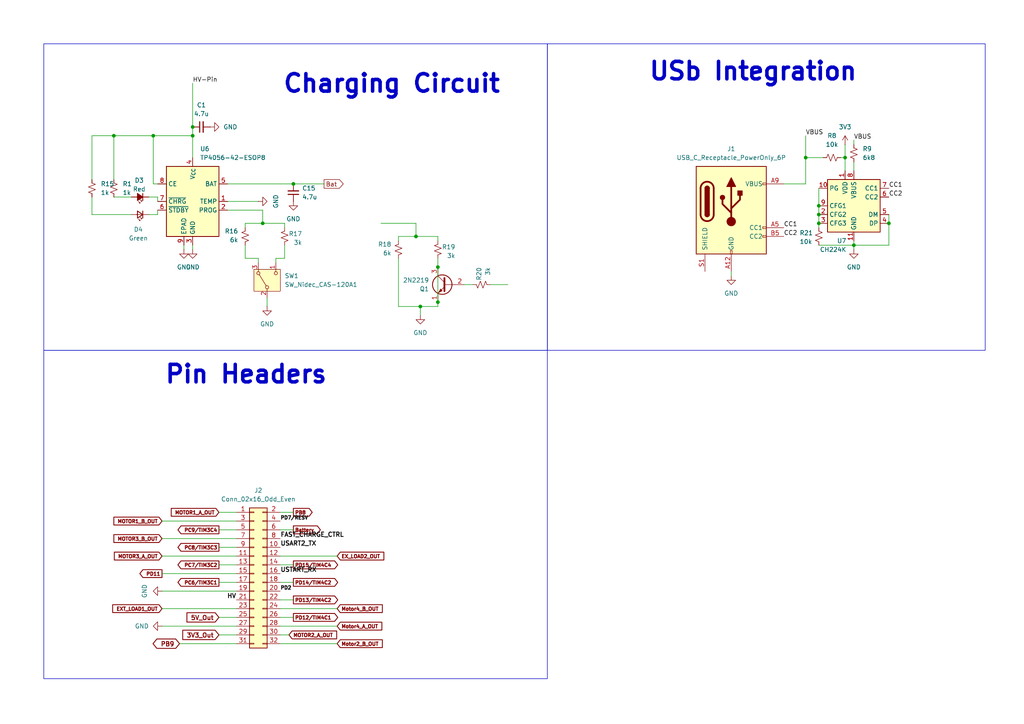
<source format=kicad_sch>
(kicad_sch (version 20250114) (generator "eeschema") (generator_version "9.0")
  (paper "A4")
  (lib_symbols
    (symbol "Battery_Management:TP4056-42-ESOP8"
      (property "Reference" "U" (at -6.604 11.684 0))
      (property "Value" "TP4056-42-ESOP8" (at 10.16 11.684 0))
      (symbol "TP4056-42-ESOP8_1_0"
        (pin input line (at -10.16 5.08 0) (length 2.54) (name "CE") (number "8"))
        (pin open_collector line (at -10.16 0 0) (length 2.54) (name "~{CHRG}") (number "7"))
        (pin open_collector line (at -10.16 -2.54 0) (length 2.54) (name "~{STDBY}") (number "6"))
        (pin passive line (at -2.54 -12.7 90) (length 2.54) (name "EPAD") (number "9"))
        (pin power_in line (at 0 12.7 270) (length 2.54) (name "V_{CC}") (number "4"))
        (pin power_in line (at 0 -12.7 90) (length 2.54) (name "GND") (number "3"))
        (pin power_out line (at 10.16 5.08 180) (length 2.54) (name "BAT") (number "5"))
        (pin input line (at 10.16 0 180) (length 2.54) (name "TEMP") (number "1"))
        (pin passive line (at 10.16 -2.54 180) (length 2.54) (name "PROG") (number "2"))
      )
      (symbol "TP4056-42-ESOP8_1_1"
        (rectangle (start -7.62 10.16) (end 7.62 -10.16) (stroke (width 0.254)) (fill (type background)))
      )
    )
    (symbol "Connector:USB_C_Receptacle_PowerOnly_6P" (pin_names (offset 1.016))
      (property "Reference" "J" (at 0 16.51 0))
      (property "Value" "USB_C_Receptacle_PowerOnly_6P" (at 0 13.97 0))
      (symbol "USB_C_Receptacle_PowerOnly_6P_0_0"
        (rectangle (start -0.254 -12.7) (end 0.254 -11.684))
        (rectangle (start 10.16 7.874) (end 9.144 7.366))
        (rectangle (start 10.16 -4.826) (end 9.144 -5.334))
        (rectangle (start 10.16 -7.366) (end 9.144 -7.874))
      )
      (symbol "USB_C_Receptacle_PowerOnly_6P_0_1"
        (rectangle (start -10.16 12.7) (end 10.16 -12.7) (stroke (width 0.254)) (fill (type background)))
        (polyline (pts (xy -8.89 -1.27) (xy -8.89 6.35)) (stroke (width 0.508)))
        (rectangle (start -7.62 -1.27) (end -6.35 6.35) (stroke (width 0.254)) (fill (type outline)))
        (arc (start -7.62 6.35) (mid -6.985 6.9823) (end -6.35 6.35) (stroke (width 0.254)))
        (arc (start -7.62 6.35) (mid -6.985 6.9823) (end -6.35 6.35) (stroke (width 0.254)) (fill (type outline)))
        (arc (start -8.89 6.35) (mid -6.985 8.2467) (end -5.08 6.35) (stroke (width 0.508)))
        (arc (start -5.08 -1.27) (mid -6.985 -3.1667) (end -8.89 -1.27) (stroke (width 0.508)))
        (arc (start -6.35 -1.27) (mid -6.985 -1.9023) (end -7.62 -1.27) (stroke (width 0.254)))
        (arc (start -6.35 -1.27) (mid -6.985 -1.9023) (end -7.62 -1.27) (stroke (width 0.254)) (fill (type outline)))
        (polyline (pts (xy -5.08 6.35) (xy -5.08 -1.27)) (stroke (width 0.508)))
        (circle (center -2.54 3.683) (radius 0.635) (stroke (width 0.254)) (fill (type outline)))
        (polyline (pts (xy -1.27 6.858) (xy 0 9.398) (xy 1.27 6.858) (xy -1.27 6.858)) (stroke (width 0.254)) (fill (type outline)))
        (polyline (pts (xy 0 0.508) (xy 2.54 3.048) (xy 2.54 4.318)) (stroke (width 0.508)))
        (polyline (pts (xy 0 -0.762) (xy -2.54 1.778) (xy -2.54 3.048)) (stroke (width 0.508)))
        (polyline (pts (xy 0 -3.302) (xy 0 6.858)) (stroke (width 0.508)))
        (circle (center 0 -3.302) (radius 1.27) (fill (type outline)))
        (rectangle (start 1.905 4.318) (end 3.175 5.588) (stroke (width 0.254)) (fill (type outline)))
      )
      (symbol "USB_C_Receptacle_PowerOnly_6P_1_1"
        (pin passive line (at -7.62 -17.78 90) (length 5.08) (name "SHIELD") (number "S1"))
        (pin passive line (at 0 -17.78 90) (length 5.08) (name "GND") (number "A12"))
        (pin passive line (at 0 -17.78 90) (length 5.08) (hide yes) (name "GND") (number "B12"))
        (pin passive line (at 15.24 7.62 180) (length 5.08) (name "VBUS") (number "A9"))
        (pin passive line (at 15.24 7.62 180) (length 5.08) (hide yes) (name "VBUS") (number "B9"))
        (pin bidirectional line (at 15.24 -5.08 180) (length 5.08) (name "CC1") (number "A5"))
        (pin bidirectional line (at 15.24 -7.62 180) (length 5.08) (name "CC2") (number "B5"))
      )
    )
    (symbol "Connector_Generic:Conn_02x16_Odd_Even" (pin_names (offset 1.016) (hide yes))
      (property "Reference" "J" (at 1.27 20.32 0))
      (property "Value" "Conn_02x16_Odd_Even" (at 1.27 -22.86 0))
      (symbol "Conn_02x16_Odd_Even_1_1"
        (rectangle (start -1.27 19.05) (end 3.81 -21.59) (stroke (width 0.254)) (fill (type background)))
        (rectangle (start -1.27 17.907) (end 0 17.653) (stroke (width 0.1524)))
        (rectangle (start -1.27 15.367) (end 0 15.113) (stroke (width 0.1524)))
        (rectangle (start -1.27 12.827) (end 0 12.573) (stroke (width 0.1524)))
        (rectangle (start -1.27 10.287) (end 0 10.033) (stroke (width 0.1524)))
        (rectangle (start -1.27 7.747) (end 0 7.493) (stroke (width 0.1524)))
        (rectangle (start -1.27 5.207) (end 0 4.953) (stroke (width 0.1524)))
        (rectangle (start -1.27 2.667) (end 0 2.413) (stroke (width 0.1524)))
        (rectangle (start -1.27 0.127) (end 0 -0.127) (stroke (width 0.1524)))
        (rectangle (start -1.27 -2.413) (end 0 -2.667) (stroke (width 0.1524)))
        (rectangle (start -1.27 -4.953) (end 0 -5.207) (stroke (width 0.1524)))
        (rectangle (start -1.27 -7.493) (end 0 -7.747) (stroke (width 0.1524)))
        (rectangle (start -1.27 -10.033) (end 0 -10.287) (stroke (width 0.1524)))
        (rectangle (start -1.27 -12.573) (end 0 -12.827) (stroke (width 0.1524)))
        (rectangle (start -1.27 -15.113) (end 0 -15.367) (stroke (width 0.1524)))
        (rectangle (start -1.27 -17.653) (end 0 -17.907) (stroke (width 0.1524)))
        (rectangle (start -1.27 -20.193) (end 0 -20.447) (stroke (width 0.1524)))
        (rectangle (start 3.81 17.907) (end 2.54 17.653) (stroke (width 0.1524)))
        (rectangle (start 3.81 15.367) (end 2.54 15.113) (stroke (width 0.1524)))
        (rectangle (start 3.81 12.827) (end 2.54 12.573) (stroke (width 0.1524)))
        (rectangle (start 3.81 10.287) (end 2.54 10.033) (stroke (width 0.1524)))
        (rectangle (start 3.81 7.747) (end 2.54 7.493) (stroke (width 0.1524)))
        (rectangle (start 3.81 5.207) (end 2.54 4.953) (stroke (width 0.1524)))
        (rectangle (start 3.81 2.667) (end 2.54 2.413) (stroke (width 0.1524)))
        (rectangle (start 3.81 0.127) (end 2.54 -0.127) (stroke (width 0.1524)))
        (rectangle (start 3.81 -2.413) (end 2.54 -2.667) (stroke (width 0.1524)))
        (rectangle (start 3.81 -4.953) (end 2.54 -5.207) (stroke (width 0.1524)))
        (rectangle (start 3.81 -7.493) (end 2.54 -7.747) (stroke (width 0.1524)))
        (rectangle (start 3.81 -10.033) (end 2.54 -10.287) (stroke (width 0.1524)))
        (rectangle (start 3.81 -12.573) (end 2.54 -12.827) (stroke (width 0.1524)))
        (rectangle (start 3.81 -15.113) (end 2.54 -15.367) (stroke (width 0.1524)))
        (rectangle (start 3.81 -17.653) (end 2.54 -17.907) (stroke (width 0.1524)))
        (rectangle (start 3.81 -20.193) (end 2.54 -20.447) (stroke (width 0.1524)))
        (pin passive line (at -5.08 17.78 0) (length 3.81) (name "Pin_1") (number "1"))
        (pin passive line (at -5.08 15.24 0) (length 3.81) (name "Pin_3") (number "3"))
        (pin passive line (at -5.08 12.7 0) (length 3.81) (name "Pin_5") (number "5"))
        (pin passive line (at -5.08 10.16 0) (length 3.81) (name "Pin_7") (number "7"))
        (pin passive line (at -5.08 7.62 0) (length 3.81) (name "Pin_9") (number "9"))
        (pin passive line (at -5.08 5.08 0) (length 3.81) (name "Pin_11") (number "11"))
        (pin passive line (at -5.08 2.54 0) (length 3.81) (name "Pin_13") (number "13"))
        (pin passive line (at -5.08 0 0) (length 3.81) (name "Pin_15") (number "15"))
        (pin passive line (at -5.08 -2.54 0) (length 3.81) (name "Pin_17") (number "17"))
        (pin passive line (at -5.08 -5.08 0) (length 3.81) (name "Pin_19") (number "19"))
        (pin passive line (at -5.08 -7.62 0) (length 3.81) (name "Pin_21") (number "21"))
        (pin passive line (at -5.08 -10.16 0) (length 3.81) (name "Pin_23") (number "23"))
        (pin passive line (at -5.08 -12.7 0) (length 3.81) (name "Pin_25") (number "25"))
        (pin passive line (at -5.08 -15.24 0) (length 3.81) (name "Pin_27") (number "27"))
        (pin passive line (at -5.08 -17.78 0) (length 3.81) (name "Pin_29") (number "29"))
        (pin passive line (at -5.08 -20.32 0) (length 3.81) (name "Pin_31") (number "31"))
        (pin passive line (at 7.62 17.78 180) (length 3.81) (name "Pin_2") (number "2"))
        (pin passive line (at 7.62 15.24 180) (length 3.81) (name "Pin_4") (number "4"))
        (pin passive line (at 7.62 12.7 180) (length 3.81) (name "Pin_6") (number "6"))
        (pin passive line (at 7.62 10.16 180) (length 3.81) (name "Pin_8") (number "8"))
        (pin passive line (at 7.62 7.62 180) (length 3.81) (name "Pin_10") (number "10"))
        (pin passive line (at 7.62 5.08 180) (length 3.81) (name "Pin_12") (number "12"))
        (pin passive line (at 7.62 2.54 180) (length 3.81) (name "Pin_14") (number "14"))
        (pin passive line (at 7.62 0 180) (length 3.81) (name "Pin_16") (number "16"))
        (pin passive line (at 7.62 -2.54 180) (length 3.81) (name "Pin_18") (number "18"))
        (pin passive line (at 7.62 -5.08 180) (length 3.81) (name "Pin_20") (number "20"))
        (pin passive line (at 7.62 -7.62 180) (length 3.81) (name "Pin_22") (number "22"))
        (pin passive line (at 7.62 -10.16 180) (length 3.81) (name "Pin_24") (number "24"))
        (pin passive line (at 7.62 -12.7 180) (length 3.81) (name "Pin_26") (number "26"))
        (pin passive line (at 7.62 -15.24 180) (length 3.81) (name "Pin_28") (number "28"))
        (pin passive line (at 7.62 -17.78 180) (length 3.81) (name "Pin_30") (number "30"))
        (pin passive line (at 7.62 -20.32 180) (length 3.81) (name "Pin_32") (number "32"))
      )
    )
    (symbol "Device:C_Small" (pin_numbers (hide yes)) (pin_names (offset 0.254) (hide yes))
      (property "Reference" "C" (at 0.254 1.778 0))
      (property "Value" "C_Small" (at 0.254 -2.032 0))
      (symbol "C_Small_0_1"
        (polyline (pts (xy -1.524 0.508) (xy 1.524 0.508)) (stroke (width 0.3048)))
        (polyline (pts (xy -1.524 -0.508) (xy 1.524 -0.508)) (stroke (width 0.3302)))
      )
      (symbol "C_Small_1_1"
        (pin passive line (at 0 2.54 270) (length 2.032) (name "~") (number "1"))
        (pin passive line (at 0 -2.54 90) (length 2.032) (name "~") (number "2"))
      )
    )
    (symbol "Device:LED_Small" (pin_numbers (hide yes)) (pin_names (offset 0.254) (hide yes))
      (property "Reference" "D" (at -1.27 3.175 0))
      (property "Value" "LED_Small" (at -4.445 -2.54 0))
      (symbol "LED_Small_0_1"
        (polyline (pts (xy -0.762 -1.016) (xy -0.762 1.016)) (stroke (width 0.254)))
        (polyline (pts (xy 0 0.762) (xy -0.508 1.27) (xy -0.254 1.27) (xy -0.508 1.27) (xy -0.508 1.016)))
        (polyline (pts (xy 0.508 1.27) (xy 0 1.778) (xy 0.254 1.778) (xy 0 1.778) (xy 0 1.524)))
        (polyline (pts (xy 0.762 -1.016) (xy -0.762 0) (xy 0.762 1.016) (xy 0.762 -1.016)) (stroke (width 0.254)))
        (polyline (pts (xy 1.016 0) (xy -0.762 0)))
      )
      (symbol "LED_Small_1_1"
        (pin passive line (at -2.54 0 0) (length 1.778) (name "K") (number "1"))
        (pin passive line (at 2.54 0 180) (length 1.778) (name "A") (number "2"))
      )
    )
    (symbol "Device:LED_Small_Filled" (pin_numbers (hide yes)) (pin_names (offset 0.254) (hide yes))
      (property "Reference" "D" (at -1.27 3.175 0))
      (property "Value" "LED_Small_Filled" (at -4.445 -2.54 0))
      (symbol "LED_Small_Filled_0_1"
        (polyline (pts (xy -0.762 -1.016) (xy -0.762 1.016)) (stroke (width 0.254)))
        (polyline (pts (xy 0 0.762) (xy -0.508 1.27) (xy -0.254 1.27) (xy -0.508 1.27) (xy -0.508 1.016)))
        (polyline (pts (xy 0.508 1.27) (xy 0 1.778) (xy 0.254 1.778) (xy 0 1.778) (xy 0 1.524)))
        (polyline (pts (xy 0.762 -1.016) (xy -0.762 0) (xy 0.762 1.016) (xy 0.762 -1.016)) (stroke (width 0.254)) (fill (type outline)))
        (polyline (pts (xy 1.016 0) (xy -0.762 0)))
      )
      (symbol "LED_Small_Filled_1_1"
        (pin passive line (at -2.54 0 0) (length 1.778) (name "K") (number "1"))
        (pin passive line (at 2.54 0 180) (length 1.778) (name "A") (number "2"))
      )
    )
    (symbol "Device:R_Small_US" (pin_numbers (hide yes)) (pin_names (offset 0.254) (hide yes))
      (property "Reference" "R" (at 0.762 0.508 0))
      (property "Value" "R_Small_US" (at 0.762 -1.016 0))
      (symbol "R_Small_US_1_1"
        (polyline (pts (xy 0 1.524) (xy 1.016 1.143) (xy 0 0.762) (xy -1.016 0.381) (xy 0 0)))
        (polyline (pts (xy 0 0) (xy 1.016 -0.381) (xy 0 -0.762) (xy -1.016 -1.143) (xy 0 -1.524)))
        (pin passive line (at 0 2.54 270) (length 1.016) (name "~") (number "1"))
        (pin passive line (at 0 -2.54 90) (length 1.016) (name "~") (number "2"))
      )
    )
    (symbol "Interface_USB:CH224K"
      (property "Reference" "U" (at -7.874 -8.89 0))
      (property "Value" "CH224K" (at 3.048 -8.89 0))
      (symbol "CH224K_1_1"
        (rectangle (start -7.62 7.62) (end 7.62 -7.62) (stroke (width 0.254)) (fill (type background)))
        (pin bidirectional line (at -10.16 5.08 0) (length 2.54) (name "CC1") (number "7"))
        (pin bidirectional line (at -10.16 2.54 0) (length 2.54) (name "CC2") (number "6"))
        (pin bidirectional line (at -10.16 -2.54 0) (length 2.54) (name "DM") (number "5"))
        (pin bidirectional line (at -10.16 -5.08 0) (length 2.54) (name "DP") (number "4"))
        (pin passive line (at 0 10.16 270) (length 2.54) (name "VBUS") (number "8"))
        (pin power_in line (at 0 -10.16 90) (length 2.54) (name "GND") (number "11"))
        (pin power_in line (at 2.54 10.16 270) (length 2.54) (name "VDD") (number "1"))
        (pin open_collector line (at 10.16 5.08 180) (length 2.54) (name "PG") (number "10"))
        (pin passive line (at 10.16 0 180) (length 2.54) (name "CFG1") (number "9"))
        (pin passive line (at 10.16 -2.54 180) (length 2.54) (name "CFG2") (number "2"))
        (pin passive line (at 10.16 -5.08 180) (length 2.54) (name "CFG3") (number "3"))
      )
    )
    (symbol "Switch:SW_Nidec_CAS-120A1" (pin_names (offset 1) (hide yes))
      (property "Reference" "SW" (at 0 4.318 0))
      (property "Value" "SW_Nidec_CAS-120A1" (at 0 -5.08 0))
      (symbol "SW_Nidec_CAS-120A1_0_1"
        (circle (center -2.032 0) (radius 0.4572))
        (polyline (pts (xy -1.651 0.254) (xy 1.651 2.286)))
        (circle (center 2.032 2.54) (radius 0.4572))
        (circle (center 2.032 -2.54) (radius 0.4572))
      )
      (symbol "SW_Nidec_CAS-120A1_1_1"
        (rectangle (start -3.175 3.81) (end 3.175 -3.81) (fill (type background)))
        (pin passive line (at -5.08 0 0) (length 2.54) (name "B") (number "2"))
        (pin passive line (at 5.08 2.54 180) (length 2.54) (name "A") (number "3"))
        (pin passive line (at 5.08 -2.54 180) (length 2.54) (name "C") (number "1"))
      )
    )
    (symbol "Transistor_BJT:2N2219" (pin_names (offset 0) (hide yes))
      (property "Reference" "Q" (at 5.08 1.905 0))
      (property "Value" "2N2219" (at 5.08 0 0))
      (symbol "2N2219_0_1"
        (polyline (pts (xy -2.54 0) (xy 0.635 0)))
        (polyline (pts (xy 0.635 1.905) (xy 0.635 -1.905)) (stroke (width 0.508)))
        (circle (center 1.27 0) (radius 2.8194) (stroke (width 0.254)))
      )
      (symbol "2N2219_1_1"
        (polyline (pts (xy 0.635 0.635) (xy 2.54 2.54)))
        (polyline (pts (xy 0.635 -0.635) (xy 2.54 -2.54)))
        (polyline (pts (xy 1.27 -1.778) (xy 1.778 -1.27) (xy 2.286 -2.286) (xy 1.27 -1.778)) (fill (type outline)))
        (pin input line (at -5.08 0 0) (length 2.54) (name "B") (number "2"))
        (pin passive line (at 2.54 5.08 270) (length 2.54) (name "C") (number "3"))
        (pin passive line (at 2.54 -5.08 90) (length 2.54) (name "E") (number "1"))
      )
    )
    (symbol "power:+5V" (power) (pin_numbers (hide yes)) (pin_names (offset 0) (hide yes))
      (property "Value" "+5V" (at 0 3.556 0))
      (symbol "+5V_0_1"
        (polyline (pts (xy -0.762 1.27) (xy 0 2.54)))
        (polyline (pts (xy 0 2.54) (xy 0.762 1.27)))
        (polyline (pts (xy 0 0) (xy 0 2.54)))
      )
      (symbol "+5V_1_1"
        (pin power_in line (at 0 0 90) (length 0) (name "~") (number "1"))
      )
    )
    (symbol "power:GND" (power) (pin_numbers (hide yes)) (pin_names (offset 0) (hide yes))
      (property "Value" "GND" (at 0 -3.81 0))
      (symbol "GND_0_1"
        (polyline (pts (xy 0 0) (xy 0 -1.27) (xy 1.27 -1.27) (xy 0 -2.54) (xy -1.27 -1.27) (xy 0 -1.27)))
      )
      (symbol "GND_1_1"
        (pin power_in line (at 0 0 270) (length 0) (name "~") (number "1"))
      )
    )
  )
  (rectangle (start 158.75 12.7) (end 285.75 101.6))
  (rectangle (start 12.7 101.6) (end 158.75 196.85))
  (rectangle (start 12.7 12.7) (end 158.75 101.6))
  (text "Pin Headers" (at 71.374 108.712 0) (effects (font (size 5.08 5.08) (thickness 1.016) (bold yes))))
  (text "USb Integration" (at 218.44 20.828 0) (effects (font (size 5.08 5.08) (thickness 1.016) (bold yes))))
  (text "Charging Circuit " (at 115.57 24.384 0) (effects (font (size 5.08 5.08) (thickness 1.016) (bold yes))))
  (junction (at 44.45 39.37))
  (junction (at 127 87.63))
  (junction (at 237.49 59.69))
  (junction (at 55.88 39.37))
  (junction (at 127 77.47))
  (junction (at 233.68 45.72))
  (junction (at 237.49 64.77))
  (junction (at 33.02 39.37))
  (junction (at 247.65 71.12))
  (junction (at 76.2 64.77))
  (junction (at 121.92 88.9))
  (junction (at 245.11 45.72))
  (junction (at 85.09 53.34))
  (junction (at 257.81 64.77))
  (junction (at 120.65 68.58))
  (junction (at 237.49 62.23))
  (junction (at 55.88 36.83))
  (wire (pts (xy 46.99 176.53) (xy 68.58 176.53)))
  (wire (pts (xy 55.88 39.37) (xy 44.45 39.37)))
  (wire (pts (xy 63.5 184.15) (xy 68.58 184.15)))
  (wire (pts (xy 46.99 181.61) (xy 68.58 181.61)))
  (wire (pts (xy 85.09 179.07) (xy 81.28 179.07)))
  (wire (pts (xy 247.65 71.12) (xy 257.81 71.12)))
  (wire (pts (xy 33.02 57.15) (xy 38.1 57.15)))
  (wire (pts (xy 68.58 158.75) (xy 63.5 158.75)))
  (wire (pts (xy 127 77.47) (xy 127 87.63)))
  (wire (pts (xy 46.99 166.37) (xy 68.58 166.37)))
  (wire (pts (xy 245.11 41.91) (xy 245.11 45.72)))
  (wire (pts (xy 43.18 57.15) (xy 45.72 57.15)))
  (wire (pts (xy 68.58 171.45) (xy 46.99 171.45)))
  (wire (pts (xy 71.12 71.12) (xy 71.12 74.93)))
  (wire (pts (xy 55.88 45.72) (xy 55.88 39.37)))
  (wire (pts (xy 110.49 64.77) (xy 120.65 64.77)))
  (wire (pts (xy 63.5 168.91) (xy 68.58 168.91)))
  (wire (pts (xy 82.55 71.12) (xy 82.55 74.93)))
  (wire (pts (xy 85.09 153.67) (xy 81.28 153.67)))
  (wire (pts (xy 45.72 60.96) (xy 45.72 62.23)))
  (wire (pts (xy 257.81 62.23) (xy 257.81 64.77)))
  (wire (pts (xy 80.01 76.2) (xy 80.01 74.93)))
  (wire (pts (xy 74.93 74.93) (xy 71.12 74.93)))
  (wire (pts (xy 43.18 62.23) (xy 45.72 62.23)))
  (wire (pts (xy 85.09 53.34) (xy 93.98 53.34)))
  (wire (pts (xy 97.79 161.29) (xy 81.28 161.29)))
  (wire (pts (xy 55.88 71.12) (xy 55.88 72.39)))
  (wire (pts (xy 52.07 186.69) (xy 68.58 186.69)))
  (wire (pts (xy 121.92 91.44) (xy 121.92 88.9)))
  (wire (pts (xy 45.72 57.15) (xy 45.72 58.42)))
  (wire (pts (xy 243.84 45.72) (xy 245.11 45.72)))
  (wire (pts (xy 247.65 69.85) (xy 247.65 71.12)))
  (wire (pts (xy 97.79 176.53) (xy 81.28 176.53)))
  (wire (pts (xy 46.99 161.29) (xy 68.58 161.29)))
  (wire (pts (xy 55.88 36.83) (xy 55.88 39.37)))
  (wire (pts (xy 53.34 71.12) (xy 53.34 72.39)))
  (wire (pts (xy 74.93 58.42) (xy 66.04 58.42)))
  (wire (pts (xy 247.65 71.12) (xy 247.65 72.39)))
  (wire (pts (xy 63.5 148.59) (xy 68.58 148.59)))
  (wire (pts (xy 247.65 71.12) (xy 237.49 71.12)))
  (wire (pts (xy 115.57 74.93) (xy 115.57 88.9)))
  (wire (pts (xy 66.04 60.96) (xy 76.2 60.96)))
  (wire (pts (xy 85.09 168.91) (xy 81.28 168.91)))
  (wire (pts (xy 26.67 39.37) (xy 33.02 39.37)))
  (wire (pts (xy 26.67 62.23) (xy 38.1 62.23)))
  (wire (pts (xy 63.5 163.83) (xy 68.58 163.83)))
  (wire (pts (xy 44.45 39.37) (xy 44.45 53.34)))
  (wire (pts (xy 127 87.63) (xy 127 88.9)))
  (wire (pts (xy 83.82 184.15) (xy 81.28 184.15)))
  (wire (pts (xy 46.99 156.21) (xy 68.58 156.21)))
  (wire (pts (xy 237.49 62.23) (xy 237.49 64.77)))
  (wire (pts (xy 212.09 78.74) (xy 212.09 80.01)))
  (wire (pts (xy 237.49 64.77) (xy 237.49 66.04)))
  (wire (pts (xy 44.45 53.34) (xy 45.72 53.34)))
  (wire (pts (xy 237.49 59.69) (xy 237.49 62.23)))
  (wire (pts (xy 68.58 153.67) (xy 63.5 153.67)))
  (wire (pts (xy 66.04 53.34) (xy 85.09 53.34)))
  (wire (pts (xy 120.65 68.58) (xy 115.57 68.58)))
  (wire (pts (xy 55.88 24.13) (xy 55.88 36.83)))
  (wire (pts (xy 127 74.93) (xy 127 77.47)))
  (wire (pts (xy 76.2 60.96) (xy 76.2 64.77)))
  (wire (pts (xy 76.2 64.77) (xy 71.12 64.77)))
  (wire (pts (xy 237.49 54.61) (xy 237.49 59.69)))
  (wire (pts (xy 97.79 186.69) (xy 81.28 186.69)))
  (wire (pts (xy 26.67 57.15) (xy 26.67 62.23)))
  (wire (pts (xy 80.01 74.93) (xy 82.55 74.93)))
  (wire (pts (xy 26.67 52.07) (xy 26.67 39.37)))
  (wire (pts (xy 115.57 68.58) (xy 115.57 69.85)))
  (wire (pts (xy 134.62 82.55) (xy 137.16 82.55)))
  (wire (pts (xy 247.65 46.99) (xy 247.65 49.53)))
  (wire (pts (xy 46.99 151.13) (xy 68.58 151.13)))
  (wire (pts (xy 33.02 39.37) (xy 44.45 39.37)))
  (wire (pts (xy 76.2 64.77) (xy 82.55 64.77)))
  (wire (pts (xy 245.11 45.72) (xy 245.11 49.53)))
  (wire (pts (xy 115.57 88.9) (xy 121.92 88.9)))
  (wire (pts (xy 74.93 76.2) (xy 74.93 74.93)))
  (wire (pts (xy 233.68 39.37) (xy 233.68 45.72)))
  (wire (pts (xy 33.02 52.07) (xy 33.02 39.37)))
  (wire (pts (xy 85.09 163.83) (xy 81.28 163.83)))
  (wire (pts (xy 233.68 53.34) (xy 227.33 53.34)))
  (wire (pts (xy 71.12 64.77) (xy 71.12 66.04)))
  (wire (pts (xy 127 69.85) (xy 127 68.58)))
  (wire (pts (xy 142.24 82.55) (xy 147.32 82.55)))
  (wire (pts (xy 77.47 86.36) (xy 77.47 88.9)))
  (wire (pts (xy 85.09 173.99) (xy 81.28 173.99)))
  (wire (pts (xy 257.81 64.77) (xy 257.81 71.12)))
  (wire (pts (xy 120.65 68.58) (xy 127 68.58)))
  (wire (pts (xy 82.55 66.04) (xy 82.55 64.77)))
  (wire (pts (xy 120.65 64.77) (xy 120.65 68.58)))
  (wire (pts (xy 247.65 40.64) (xy 247.65 41.91)))
  (wire (pts (xy 233.68 45.72) (xy 238.76 45.72)))
  (wire (pts (xy 63.5 179.07) (xy 68.58 179.07)))
  (wire (pts (xy 233.68 45.72) (xy 233.68 53.34)))
  (wire (pts (xy 97.79 181.61) (xy 81.28 181.61)))
  (wire (pts (xy 85.09 148.59) (xy 81.28 148.59)))
  (wire (pts (xy 121.92 88.9) (xy 127 88.9)))
  (label "VBUS" (at 247.65 40.64 0))
  (label "CC2" (at 227.33 68.58 0))
  (label "USTART_RX" (at 81.28 166.37 0) (effects (font (thickness 0.254) (bold yes))))
  (label "CC2" (at 257.81 57.15 0))
  (label "VBUS" (at 233.68 39.37 0))
  (label "PD2" (at 81.28 171.45 0) (effects (font (size 1.016 1.016) (thickness 0.254) (bold yes))))
  (label "USART2_TX" (at 81.28 158.75 0) (effects (font (thickness 0.254) (bold yes))))
  (label "PD7{slash}RESV" (at 81.28 151.13 0) (effects (font (size 1.016 1.016) (thickness 0.254) (bold yes))))
  (label "FAST_CHARGE_CTRL" (at 81.28 156.21 0) (effects (font (thickness 0.254) (bold yes))))
  (label "HV" (at 68.58 173.99 180) (effects (font (thickness 0.254) (bold yes))))
  (label "CC1" (at 227.33 66.04 0))
  (label "HV-Pin" (at 55.88 24.13 0))
  (label "CC1" (at 257.81 54.61 0))
  (global_label "Motor4_A_OUT" (shape input) (at 97.79 181.61 0) (effects (font (size 1.016 1.016) (thickness 0.254) (bold yes))) (property "Intersheetrefs" "${INTERSHEET_REFS}" (effects (hide yes))))
  (global_label "PD15{slash}TIM4C4" (shape output) (at 85.09 163.83 0) (effects (font (size 1.016 1.016) (thickness 0.254) (bold yes))) (property "Intersheetrefs" "${INTERSHEET_REFS}" (effects (hide yes))))
  (global_label "MOTOR2_A_OUT" (shape input) (at 83.82 184.15 0) (effects (font (size 1.016 1.016) (thickness 0.254) (bold yes))) (property "Intersheetrefs" "${INTERSHEET_REFS}" (effects (hide yes))))
  (global_label "PD14{slash}TIM4C2" (shape output) (at 85.09 168.91 0) (effects (font (size 1.016 1.016) (thickness 0.254) (bold yes))) (property "Intersheetrefs" "${INTERSHEET_REFS}" (effects (hide yes))))
  (global_label "PC6{slash}TIM3C1" (shape output) (at 63.5 168.91 180) (effects (font (size 1.016 1.016) (thickness 0.254) (bold yes))) (property "Intersheetrefs" "${INTERSHEET_REFS}" (effects (hide yes))))
  (global_label "PD11" (shape output) (at 46.99 166.37 180) (effects (font (size 1.016 1.016) (thickness 0.254) (bold yes))) (property "Intersheetrefs" "${INTERSHEET_REFS}" (effects (hide yes))))
  (global_label "3V3_Out" (shape input) (at 63.5 184.15 180) (effects (font (thickness 0.254) (bold yes))) (property "Intersheetrefs" "${INTERSHEET_REFS}" (effects (hide yes))))
  (global_label "Motor4_B_OUT" (shape input) (at 97.79 176.53 0) (effects (font (size 1.016 1.016) (thickness 0.254) (bold yes))) (property "Intersheetrefs" "${INTERSHEET_REFS}" (effects (hide yes))))
  (global_label "PD12{slash}TIM4C1" (shape output) (at 85.09 179.07 0) (effects (font (size 1.016 1.016) (thickness 0.254) (bold yes))) (property "Intersheetrefs" "${INTERSHEET_REFS}" (effects (hide yes))))
  (global_label "MOTOR3_A_OUT" (shape input) (at 46.99 161.29 180) (effects (font (size 1.016 1.016) (thickness 0.254) (bold yes))) (property "Intersheetrefs" "${INTERSHEET_REFS}" (effects (hide yes))))
  (global_label "5V_Out" (shape input) (at 63.5 179.07 180) (effects (font (thickness 0.254) (bold yes))) (property "Intersheetrefs" "${INTERSHEET_REFS}" (effects (hide yes))))
  (global_label "PB8" (shape output) (at 85.09 148.59 0) (effects (font (size 1.016 1.016) (thickness 0.254) (bold yes))) (property "Intersheetrefs" "${INTERSHEET_REFS}" (effects (hide yes))))
  (global_label "Motor2_B_OUT" (shape input) (at 97.79 186.69 0) (effects (font (size 1.016 1.016) (thickness 0.254) (bold yes))) (property "Intersheetrefs" "${INTERSHEET_REFS}" (effects (hide yes))))
  (global_label "PC7{slash}TIM3C2" (shape output) (at 63.5 163.83 180) (effects (font (size 1.016 1.016) (thickness 0.254) (bold yes))) (property "Intersheetrefs" "${INTERSHEET_REFS}" (effects (hide yes))))
  (global_label "EXT_LOAD1_OUT" (shape input) (at 46.99 176.53 180) (effects (font (size 1.016 1.016) (thickness 0.254) (bold yes))) (property "Intersheetrefs" "${INTERSHEET_REFS}" (effects (hide yes))))
  (global_label "PB9" (shape bidirectional) (at 52.07 186.69 180) (effects (font (thickness 0.254) (bold yes))) (property "Intersheetrefs" "${INTERSHEET_REFS}" (effects (hide yes))))
  (global_label "PC9{slash}TIM3C4" (shape output) (at 63.5 153.67 180) (effects (font (size 1.016 1.016) (thickness 0.254) (bold yes))) (property "Intersheetrefs" "${INTERSHEET_REFS}" (effects (hide yes))))
  (global_label "Bat" (shape output) (at 93.98 53.34 0) (property "Intersheetrefs" "${INTERSHEET_REFS}" (effects (hide yes))))
  (global_label "PC8{slash}TIM3C3" (shape output) (at 63.5 158.75 180) (effects (font (size 1.016 1.016) (thickness 0.254) (bold yes))) (property "Intersheetrefs" "${INTERSHEET_REFS}" (effects (hide yes))))
  (global_label "Battery" (shape output) (at 85.09 153.67 0) (effects (font (size 1.016 1.016) (thickness 0.254) (bold yes))) (property "Intersheetrefs" "${INTERSHEET_REFS}" (effects (hide yes))))
  (global_label "MOTOR1_B_OUT" (shape input) (at 46.99 151.13 180) (effects (font (size 1.016 1.016) (thickness 0.254) (bold yes))) (property "Intersheetrefs" "${INTERSHEET_REFS}" (effects (hide yes))))
  (global_label "MOTOR3_B_OUT" (shape input) (at 46.99 156.21 180) (effects (font (size 1.016 1.016) (thickness 0.254) (bold yes))) (property "Intersheetrefs" "${INTERSHEET_REFS}" (effects (hide yes))))
  (global_label "PD13{slash}TIM4C2" (shape output) (at 85.09 173.99 0) (effects (font (size 1.016 1.016) (thickness 0.254) (bold yes))) (property "Intersheetrefs" "${INTERSHEET_REFS}" (effects (hide yes))))
  (global_label "EX_LOAD2_OUT" (shape input) (at 97.79 161.29 0) (effects (font (size 1.016 1.016) (thickness 0.254) (bold yes))) (property "Intersheetrefs" "${INTERSHEET_REFS}" (effects (hide yes))))
  (global_label "MOTOR1_A_OUT" (shape input) (at 63.5 148.59 180) (effects (font (size 1.016 1.016) (thickness 0.254) (bold yes))) (property "Intersheetrefs" "${INTERSHEET_REFS}" (effects (hide yes))))
  (symbol (lib_id "power:GND") (at 53.34 72.39 0) (unit 1)
    (property "Reference" "#PWR013" (effects (hide yes)))
    (property "Value" "GND" (at 53.34 77.47 0))
    (property "Description" "Power symbol creates a global label with name \"GND\" , ground" (effects (hide yes)))
  )
  (symbol (lib_id "Device:C_Small") (at 85.09 55.88 180) (unit 1)
    (property "Reference" "C15" (at 87.63 54.6035 0) (effects (justify right)))
    (property "Value" "4.7u" (at 87.63 57.1435 0) (effects (justify right)))
    (property "Description" "Unpolarized capacitor, small symbol" (effects (hide yes)))
  )
  (symbol (lib_id "power:GND") (at 77.47 88.9 0) (unit 1)
    (property "Reference" "#PWR08" (effects (hide yes)))
    (property "Value" "GND" (at 77.47 93.98 0))
    (property "Description" "Power symbol creates a global label with name \"GND\" , ground" (effects (hide yes)))
  )
  (symbol (lib_id "Interface_USB:CH224K") (at 247.65 59.69 0) (mirror y) (unit 1)
    (property "Reference" "U7" (at 245.5067 69.85 0) (effects (justify left)))
    (property "Value" "CH224K" (at 245.5067 72.39 0) (effects (justify left)))
    (property "Footprint" "Package_SO:SSOP-10-1EP_3.9x4.9mm_P1mm_EP2.1x3.3mm" (effects (hide yes)))
    (property "Datasheet" "https://www.wch.cn/downloads/file/301.html" (effects (hide yes)))
    (property "Description" "100W USB Type-C PD3.0/2.0, BC1.2 Sink Controller, SSOP-10" (effects (hide yes)))
  )
  (symbol (lib_id "Device:LED_Small_Filled") (at 40.64 57.15 180) (unit 1)
    (property "Reference" "D3" (at 40.386 52.324 0))
    (property "Value" "Red" (at 40.386 54.864 0))
    (property "Description" "Light emitting diode, small symbol, filled shape" (effects (hide yes)))
    (property "Sim.Pins" "1=K 2=A" (effects (hide yes)))
  )
  (symbol (lib_id "Battery_Management:TP4056-42-ESOP8") (at 55.88 58.42 0) (unit 1)
    (property "Reference" "U6" (at 58.0233 43.18 0) (effects (justify left)))
    (property "Value" "TP4056-42-ESOP8" (at 58.0233 45.72 0) (effects (justify left)))
    (property "Footprint" "Package_SO:SOIC-8-1EP_3.9x4.9mm_P1.27mm_EP2.41x3.3mm_ThermalVias" (effects (hide yes)))
    (property "Datasheet" "https://www.lcsc.com/datasheet/lcsc_datasheet_2410121619_TOPPOWER-Nanjing-Extension-Microelectronics-TP4056-42-ESOP8_C16581.pdf" (effects (hide yes)))
    (property "Description" "1A Standalone Linear Li-ion/LiPo single-cell battery charger, 4.2V ±1% charge voltage, VCC = 4.0..8.0V, SOIC-8 (SOP-8)" (effects (hide yes)))
  )
  (symbol (lib_id "Connector:USB_C_Receptacle_PowerOnly_6P") (at 212.09 60.96 0) (unit 1)
    (property "Reference" "J1" (at 212.09 43.18 0))
    (property "Value" "USB_C_Receptacle_PowerOnly_6P" (at 212.09 45.72 0))
    (property "Footprint" "Connector_USB:USB_C_Receptacle_HCTL_HC-TYPE-C-16P-01A" (effects (hide yes)))
    (property "Datasheet" "https://www.usb.org/sites/default/files/documents/usb_type-c.zip" (effects (hide yes)))
    (property "Description" "USB Power-Only 6P Type-C Receptacle connector" (effects (hide yes)))
  )
  (symbol (lib_id "Connector_Generic:Conn_02x16_Odd_Even") (at 73.66 166.37 0) (unit 1)
    (property "Reference" "J2" (at 74.93 142.24 0))
    (property "Value" "Conn_02x16_Odd_Even" (at 74.93 144.78 0))
    (property "Description" "Generic connector, double row, 02x16, odd/even pin numbering scheme (row 1 odd numbers, row 2 even numbers), script generated (kicad-library-utils/schlib/autogen/connector/)" (effects (hide yes)))
  )
  (symbol (lib_id "power:+5V") (at 245.11 41.91 0) (unit 1)
    (property "Reference" "#PWR022" (effects (hide yes)))
    (property "Value" "3V3" (at 245.11 36.83 0))
    (property "Description" "Power symbol creates a global label with name \"+5V\"" (effects (hide yes)))
  )
  (symbol (lib_id "Device:R_Small_US") (at 237.49 68.58 180) (unit 1)
    (property "Reference" "R21" (at 231.902 67.564 0) (effects (justify right)))
    (property "Value" "10k" (at 231.902 70.104 0) (effects (justify right)))
    (property "Description" "Resistor, small US symbol" (effects (hide yes)))
  )
  (symbol (lib_id "Device:R_Small_US") (at 127 72.39 0) (mirror y) (unit 1)
    (property "Reference" "R19" (at 132.08 71.628 0) (effects (justify left)))
    (property "Value" "3k" (at 132.08 74.168 0) (effects (justify left)))
    (property "Description" "Resistor, small US symbol" (effects (hide yes)))
  )
  (symbol (lib_id "Switch:SW_Nidec_CAS-120A1") (at 77.47 81.28 90) (unit 1)
    (property "Reference" "SW1" (at 82.55 80.0099 90) (effects (justify right)))
    (property "Value" "SW_Nidec_CAS-120A1" (at 82.55 82.5499 90) (effects (justify right)))
    (property "Footprint" "Button_Switch_SMD:Nidec_Copal_CAS-120A" (effects (hide yes)))
    (property "Datasheet" "https://www.nidec-components.com/e/catalog/switch/cas.pdf" (effects (hide yes)))
    (property "Description" "Switch, single pole double throw" (effects (hide yes)))
  )
  (symbol (lib_id "Device:R_Small_US") (at 71.12 68.58 0) (mirror y) (unit 1)
    (property "Reference" "R16" (at 69.088 67.056 0) (effects (justify left)))
    (property "Value" "6k" (at 69.088 69.596 0) (effects (justify left)))
    (property "Description" "Resistor, small US symbol" (effects (hide yes)))
  )
  (symbol (lib_id "power:GND") (at 212.09 80.01 0) (unit 1)
    (property "Reference" "#PWR011" (effects (hide yes)))
    (property "Value" "GND" (at 212.09 85.09 0))
    (property "Description" "Power symbol creates a global label with name \"GND\" , ground" (effects (hide yes)))
  )
  (symbol (lib_id "Device:R_Small_US") (at 247.65 44.45 180) (unit 1)
    (property "Reference" "R9" (at 250.19 43.1799 0) (effects (justify right)))
    (property "Value" "6k8" (at 250.19 45.7199 0) (effects (justify right)))
    (property "Description" "Resistor, small US symbol" (effects (hide yes)))
  )
  (symbol (lib_id "power:GND") (at 247.65 72.39 0) (unit 1)
    (property "Reference" "#PWR029" (effects (hide yes)))
    (property "Value" "GND" (at 247.65 77.47 0))
    (property "Description" "Power symbol creates a global label with name \"GND\" , ground" (effects (hide yes)))
  )
  (symbol (lib_id "Device:R_Small_US") (at 82.55 68.58 0) (mirror y) (unit 1)
    (property "Reference" "R17" (at 87.63 67.818 0) (effects (justify left)))
    (property "Value" "3k" (at 87.63 70.358 0) (effects (justify left)))
    (property "Description" "Resistor, small US symbol" (effects (hide yes)))
  )
  (symbol (lib_id "Device:R_Small_US") (at 26.67 54.61 0) (unit 1)
    (property "Reference" "R15" (at 29.21 53.3399 0) (effects (justify left)))
    (property "Value" "1k" (at 29.21 55.8799 0) (effects (justify left)))
    (property "Description" "Resistor, small US symbol" (effects (hide yes)))
  )
  (symbol (lib_id "power:GND") (at 46.99 181.61 270) (unit 1)
    (property "Reference" "#PWR026" (effects (hide yes)))
    (property "Value" "GND" (at 43.18 181.6101 90) (effects (justify right)))
    (property "Description" "Power symbol creates a global label with name \"GND\" , ground" (effects (hide yes)))
  )
  (symbol (lib_id "power:GND") (at 55.88 72.39 0) (unit 1)
    (property "Reference" "#PWR018" (effects (hide yes)))
    (property "Value" "GND" (at 55.88 77.47 0))
    (property "Description" "Power symbol creates a global label with name \"GND\" , ground" (effects (hide yes)))
  )
  (symbol (lib_id "Device:R_Small_US") (at 33.02 54.61 0) (unit 1)
    (property "Reference" "R1" (at 35.56 53.3399 0) (effects (justify left)))
    (property "Value" "1k" (at 35.56 55.8799 0) (effects (justify left)))
    (property "Description" "Resistor, small US symbol" (effects (hide yes)))
  )
  (symbol (lib_id "power:GND") (at 60.96 36.83 90) (unit 1)
    (property "Reference" "#PWR025" (effects (hide yes)))
    (property "Value" "GND" (at 64.77 36.8299 90) (effects (justify right)))
    (property "Description" "Power symbol creates a global label with name \"GND\" , ground" (effects (hide yes)))
  )
  (symbol (lib_id "power:GND") (at 85.09 58.42 0) (unit 1)
    (property "Reference" "#PWR030" (effects (hide yes)))
    (property "Value" "GND" (at 85.09 63.5 0))
    (property "Description" "Power symbol creates a global label with name \"GND\" , ground" (effects (hide yes)))
  )
  (symbol (lib_id "power:GND") (at 46.99 171.45 270) (unit 1)
    (property "Reference" "#PWR027" (effects (hide yes)))
    (property "Value" "GND" (at 41.91 171.45 0))
    (property "Description" "Power symbol creates a global label with name \"GND\" , ground" (effects (hide yes)))
  )
  (symbol (lib_id "Device:R_Small_US") (at 241.3 45.72 90) (unit 1)
    (property "Reference" "R8" (at 241.3 39.37 90))
    (property "Value" "10k" (at 241.3 41.91 90))
    (property "Description" "Resistor, small US symbol" (effects (hide yes)))
  )
  (symbol (lib_id "Device:R_Small_US") (at 139.7 82.55 90) (mirror x) (unit 1)
    (property "Reference" "R20" (at 138.938 77.47 0) (effects (justify left)))
    (property "Value" "3k" (at 141.478 77.47 0) (effects (justify left)))
    (property "Description" "Resistor, small US symbol" (effects (hide yes)))
  )
  (symbol (lib_id "Device:R_Small_US") (at 115.57 72.39 0) (mirror y) (unit 1)
    (property "Reference" "R18" (at 113.538 70.866 0) (effects (justify left)))
    (property "Value" "6k" (at 113.538 73.406 0) (effects (justify left)))
    (property "Description" "Resistor, small US symbol" (effects (hide yes)))
  )
  (symbol (lib_id "Device:LED_Small") (at 40.64 62.23 180) (unit 1)
    (property "Reference" "D4" (at 40.132 66.548 0))
    (property "Value" "Green" (at 40.132 69.088 0))
    (property "Description" "Light emitting diode, small symbol" (effects (hide yes)))
    (property "Sim.Pin" "1=K 2=A" (effects (hide yes)))
  )
  (symbol (lib_id "Transistor_BJT:2N2219") (at 129.54 82.55 0) (mirror y) (unit 1)
    (property "Reference" "Q1" (at 124.46 83.8201 0) (effects (justify left)))
    (property "Value" "2N2219" (at 124.46 81.2801 0) (effects (justify left)))
    (property "Footprint" "Package_TO_SOT_THT:TO-39-3" (effects (hide yes)))
    (property "Datasheet" "http://www.onsemi.com/pub_link/Collateral/2N2219-D.PDF" (effects (hide yes)))
    (property "Description" "800mA Ic, 50V Vce, NPN Transistor, TO-39" (effects (hide yes)))
  )
  (symbol (lib_id "power:GND") (at 74.93 58.42 90) (mirror x) (unit 1)
    (property "Reference" "#PWR028" (effects (hide yes)))
    (property "Value" "GND" (at 80.01 58.42 0))
    (property "Description" "Power symbol creates a global label with name \"GND\" , ground" (effects (hide yes)))
  )
  (symbol (lib_id "Device:C_Small") (at 58.42 36.83 90) (unit 1)
    (property "Reference" "C1" (at 58.4263 30.48 90))
    (property "Value" "4.7u" (at 58.4263 33.02 90))
    (property "Description" "Unpolarized capacitor, small symbol" (effects (hide yes)))
  )
  (symbol (lib_id "power:GND") (at 121.92 91.44 0) (unit 1)
    (property "Reference" "#PWR032" (effects (hide yes)))
    (property "Value" "GND" (at 121.92 96.52 0))
    (property "Description" "Power symbol creates a global label with name \"GND\" , ground" (effects (hide yes)))
  )
)
</source>
